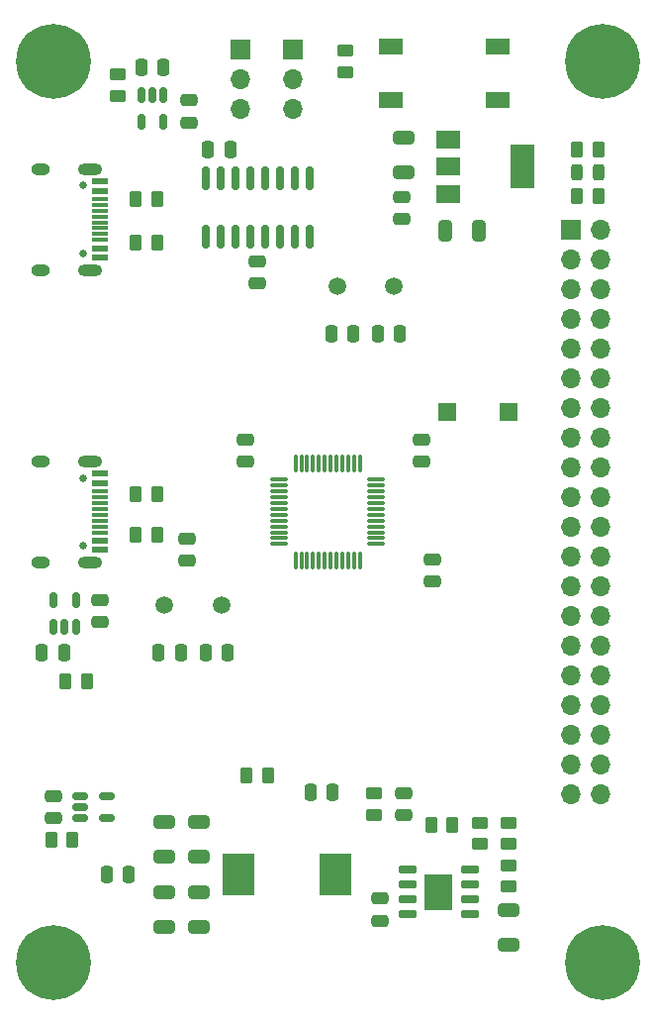
<source format=gts>
%TF.GenerationSoftware,KiCad,Pcbnew,(6.0.10)*%
%TF.CreationDate,2023-12-29T21:00:04+01:00*%
%TF.ProjectId,Alchemy,416c6368-656d-4792-9e6b-696361645f70,rev?*%
%TF.SameCoordinates,Original*%
%TF.FileFunction,Soldermask,Top*%
%TF.FilePolarity,Negative*%
%FSLAX46Y46*%
G04 Gerber Fmt 4.6, Leading zero omitted, Abs format (unit mm)*
G04 Created by KiCad (PCBNEW (6.0.10)) date 2023-12-29 21:00:04*
%MOMM*%
%LPD*%
G01*
G04 APERTURE LIST*
G04 Aperture macros list*
%AMRoundRect*
0 Rectangle with rounded corners*
0 $1 Rounding radius*
0 $2 $3 $4 $5 $6 $7 $8 $9 X,Y pos of 4 corners*
0 Add a 4 corners polygon primitive as box body*
4,1,4,$2,$3,$4,$5,$6,$7,$8,$9,$2,$3,0*
0 Add four circle primitives for the rounded corners*
1,1,$1+$1,$2,$3*
1,1,$1+$1,$4,$5*
1,1,$1+$1,$6,$7*
1,1,$1+$1,$8,$9*
0 Add four rect primitives between the rounded corners*
20,1,$1+$1,$2,$3,$4,$5,0*
20,1,$1+$1,$4,$5,$6,$7,0*
20,1,$1+$1,$6,$7,$8,$9,0*
20,1,$1+$1,$8,$9,$2,$3,0*%
G04 Aperture macros list end*
%ADD10RoundRect,0.250000X-0.475000X0.250000X-0.475000X-0.250000X0.475000X-0.250000X0.475000X0.250000X0*%
%ADD11C,0.650000*%
%ADD12R,1.450000X0.600000*%
%ADD13R,1.450000X0.300000*%
%ADD14O,1.600000X1.000000*%
%ADD15O,2.100000X1.000000*%
%ADD16RoundRect,0.243750X0.243750X0.456250X-0.243750X0.456250X-0.243750X-0.456250X0.243750X-0.456250X0*%
%ADD17RoundRect,0.250000X0.250000X0.475000X-0.250000X0.475000X-0.250000X-0.475000X0.250000X-0.475000X0*%
%ADD18R,2.100000X1.400000*%
%ADD19RoundRect,0.250000X-0.262500X-0.450000X0.262500X-0.450000X0.262500X0.450000X-0.262500X0.450000X0*%
%ADD20C,6.400000*%
%ADD21RoundRect,0.250000X0.475000X-0.250000X0.475000X0.250000X-0.475000X0.250000X-0.475000X-0.250000X0*%
%ADD22RoundRect,0.250000X0.262500X0.450000X-0.262500X0.450000X-0.262500X-0.450000X0.262500X-0.450000X0*%
%ADD23R,1.500000X1.500000*%
%ADD24R,2.700000X3.600000*%
%ADD25RoundRect,0.250000X-0.650000X0.325000X-0.650000X-0.325000X0.650000X-0.325000X0.650000X0.325000X0*%
%ADD26RoundRect,0.250000X-0.450000X0.262500X-0.450000X-0.262500X0.450000X-0.262500X0.450000X0.262500X0*%
%ADD27R,1.700000X1.700000*%
%ADD28O,1.700000X1.700000*%
%ADD29RoundRect,0.250000X-0.250000X-0.475000X0.250000X-0.475000X0.250000X0.475000X-0.250000X0.475000X0*%
%ADD30RoundRect,0.250000X0.650000X-0.325000X0.650000X0.325000X-0.650000X0.325000X-0.650000X-0.325000X0*%
%ADD31C,1.500000*%
%ADD32RoundRect,0.250000X0.450000X-0.262500X0.450000X0.262500X-0.450000X0.262500X-0.450000X-0.262500X0*%
%ADD33RoundRect,0.150000X-0.512500X-0.150000X0.512500X-0.150000X0.512500X0.150000X-0.512500X0.150000X0*%
%ADD34RoundRect,0.150000X0.150000X-0.512500X0.150000X0.512500X-0.150000X0.512500X-0.150000X-0.512500X0*%
%ADD35RoundRect,0.075000X-0.662500X-0.075000X0.662500X-0.075000X0.662500X0.075000X-0.662500X0.075000X0*%
%ADD36RoundRect,0.075000X-0.075000X-0.662500X0.075000X-0.662500X0.075000X0.662500X-0.075000X0.662500X0*%
%ADD37R,2.000000X1.500000*%
%ADD38R,2.000000X3.800000*%
%ADD39RoundRect,0.150000X0.150000X-0.850000X0.150000X0.850000X-0.150000X0.850000X-0.150000X-0.850000X0*%
%ADD40RoundRect,0.150000X0.650000X0.150000X-0.650000X0.150000X-0.650000X-0.150000X0.650000X-0.150000X0*%
%ADD41R,2.410000X3.100000*%
%ADD42RoundRect,0.150000X-0.150000X0.512500X-0.150000X-0.512500X0.150000X-0.512500X0.150000X0.512500X0*%
%ADD43RoundRect,0.250000X-0.325000X-0.650000X0.325000X-0.650000X0.325000X0.650000X-0.325000X0.650000X0*%
G04 APERTURE END LIST*
D10*
X159000000Y-102550000D03*
X159000000Y-104450000D03*
D11*
X129100000Y-76390000D03*
X129100000Y-70610000D03*
D12*
X130545000Y-70250000D03*
X130545000Y-71050000D03*
D13*
X130545000Y-72250000D03*
X130545000Y-73250000D03*
X130545000Y-73750000D03*
X130545000Y-74750000D03*
D12*
X130545000Y-75950000D03*
X130545000Y-76750000D03*
X130545000Y-76750000D03*
X130545000Y-75950000D03*
D13*
X130545000Y-75250000D03*
X130545000Y-74250000D03*
X130545000Y-72750000D03*
X130545000Y-71750000D03*
D12*
X130545000Y-71050000D03*
X130545000Y-70250000D03*
D14*
X125450000Y-77820000D03*
D15*
X129630000Y-69180000D03*
X129630000Y-77820000D03*
D14*
X125450000Y-69180000D03*
D16*
X173187500Y-69500000D03*
X171312500Y-69500000D03*
D17*
X135950000Y-60500000D03*
X134050000Y-60500000D03*
D18*
X164550000Y-63250000D03*
X155450000Y-63250000D03*
X164550000Y-58750000D03*
X155450000Y-58750000D03*
D19*
X133587500Y-100500000D03*
X135412500Y-100500000D03*
D10*
X126500000Y-122800000D03*
X126500000Y-124700000D03*
D20*
X126500000Y-137000000D03*
D19*
X133587500Y-97000000D03*
X135412500Y-97000000D03*
D21*
X156500000Y-124450000D03*
X156500000Y-122550000D03*
D22*
X173162500Y-67500000D03*
X171337500Y-67500000D03*
D23*
X160250000Y-90000000D03*
D24*
X150650000Y-129500000D03*
X142350000Y-129500000D03*
D25*
X139000000Y-125025000D03*
X139000000Y-127975000D03*
D26*
X163000000Y-125087500D03*
X163000000Y-126912500D03*
D27*
X170850000Y-74375000D03*
D28*
X173390000Y-74375000D03*
X170850000Y-76915000D03*
X173390000Y-76915000D03*
X170850000Y-79455000D03*
X173390000Y-79455000D03*
X170850000Y-81995000D03*
X173390000Y-81995000D03*
X170850000Y-84535000D03*
X173390000Y-84535000D03*
X170850000Y-87075000D03*
X173390000Y-87075000D03*
X170850000Y-89615000D03*
X173390000Y-89615000D03*
X170850000Y-92155000D03*
X173390000Y-92155000D03*
X170850000Y-94695000D03*
X173390000Y-94695000D03*
X170850000Y-97235000D03*
X173390000Y-97235000D03*
X170850000Y-99775000D03*
X173390000Y-99775000D03*
X170850000Y-102315000D03*
X173390000Y-102315000D03*
X170850000Y-104855000D03*
X173390000Y-104855000D03*
X170850000Y-107395000D03*
X173390000Y-107395000D03*
X170850000Y-109935000D03*
X173390000Y-109935000D03*
X170850000Y-112475000D03*
X173390000Y-112475000D03*
X170850000Y-115015000D03*
X173390000Y-115015000D03*
X170850000Y-117555000D03*
X173390000Y-117555000D03*
X170850000Y-120095000D03*
X173390000Y-120095000D03*
X170850000Y-122635000D03*
X173390000Y-122635000D03*
D17*
X150450000Y-122500000D03*
X148550000Y-122500000D03*
D29*
X135550000Y-110500000D03*
X137450000Y-110500000D03*
D30*
X139000000Y-133975000D03*
X139000000Y-131025000D03*
D21*
X138140000Y-65211252D03*
X138140000Y-63311252D03*
D31*
X150800000Y-79250000D03*
X155680000Y-79250000D03*
D26*
X165500000Y-128707500D03*
X165500000Y-130532500D03*
D29*
X150300000Y-83250000D03*
X152200000Y-83250000D03*
D22*
X144912500Y-121000000D03*
X143087500Y-121000000D03*
D30*
X136000000Y-133975000D03*
X136000000Y-131025000D03*
D19*
X133587500Y-75500000D03*
X135412500Y-75500000D03*
D27*
X142500000Y-58975000D03*
D28*
X142500000Y-61515000D03*
X142500000Y-64055000D03*
D32*
X154000000Y-124412500D03*
X154000000Y-122587500D03*
D27*
X147000000Y-58960000D03*
D28*
X147000000Y-61500000D03*
X147000000Y-64040000D03*
D29*
X125550000Y-110500000D03*
X127450000Y-110500000D03*
D10*
X156375000Y-71550000D03*
X156375000Y-73450000D03*
D21*
X143000000Y-94200000D03*
X143000000Y-92300000D03*
D33*
X128862500Y-122800000D03*
X128862500Y-123750000D03*
X128862500Y-124700000D03*
X131137500Y-124700000D03*
X131137500Y-122800000D03*
D29*
X139750000Y-67500000D03*
X141650000Y-67500000D03*
D34*
X126550000Y-108337500D03*
X127500000Y-108337500D03*
X128450000Y-108337500D03*
X128450000Y-106062500D03*
X126550000Y-106062500D03*
D19*
X171337500Y-71500000D03*
X173162500Y-71500000D03*
D26*
X151500000Y-59087500D03*
X151500000Y-60912500D03*
D29*
X154300000Y-83250000D03*
X156200000Y-83250000D03*
D11*
X129100000Y-101390000D03*
X129100000Y-95610000D03*
D12*
X130545000Y-95250000D03*
X130545000Y-96050000D03*
D13*
X130545000Y-97250000D03*
X130545000Y-98250000D03*
X130545000Y-98750000D03*
X130545000Y-99750000D03*
D12*
X130545000Y-100950000D03*
X130545000Y-101750000D03*
X130545000Y-101750000D03*
X130545000Y-100950000D03*
D13*
X130545000Y-100250000D03*
X130545000Y-99250000D03*
X130545000Y-97750000D03*
X130545000Y-96750000D03*
D12*
X130545000Y-96050000D03*
X130545000Y-95250000D03*
D14*
X125450000Y-94180000D03*
X125450000Y-102820000D03*
D15*
X129630000Y-102820000D03*
X129630000Y-94180000D03*
D25*
X136000000Y-125025000D03*
X136000000Y-127975000D03*
D30*
X156500000Y-69475000D03*
X156500000Y-66525000D03*
D35*
X145837500Y-95750000D03*
X145837500Y-96250000D03*
X145837500Y-96750000D03*
X145837500Y-97250000D03*
X145837500Y-97750000D03*
X145837500Y-98250000D03*
X145837500Y-98750000D03*
X145837500Y-99250000D03*
X145837500Y-99750000D03*
X145837500Y-100250000D03*
X145837500Y-100750000D03*
X145837500Y-101250000D03*
D36*
X147250000Y-102662500D03*
X147750000Y-102662500D03*
X148250000Y-102662500D03*
X148750000Y-102662500D03*
X149250000Y-102662500D03*
X149750000Y-102662500D03*
X150250000Y-102662500D03*
X150750000Y-102662500D03*
X151250000Y-102662500D03*
X151750000Y-102662500D03*
X152250000Y-102662500D03*
X152750000Y-102662500D03*
D35*
X154162500Y-101250000D03*
X154162500Y-100750000D03*
X154162500Y-100250000D03*
X154162500Y-99750000D03*
X154162500Y-99250000D03*
X154162500Y-98750000D03*
X154162500Y-98250000D03*
X154162500Y-97750000D03*
X154162500Y-97250000D03*
X154162500Y-96750000D03*
X154162500Y-96250000D03*
X154162500Y-95750000D03*
D36*
X152750000Y-94337500D03*
X152250000Y-94337500D03*
X151750000Y-94337500D03*
X151250000Y-94337500D03*
X150750000Y-94337500D03*
X150250000Y-94337500D03*
X149750000Y-94337500D03*
X149250000Y-94337500D03*
X148750000Y-94337500D03*
X148250000Y-94337500D03*
X147750000Y-94337500D03*
X147250000Y-94337500D03*
D29*
X131100000Y-129500000D03*
X133000000Y-129500000D03*
D22*
X128162500Y-126500000D03*
X126337500Y-126500000D03*
D37*
X160350000Y-66700000D03*
X160350000Y-69000000D03*
D38*
X166650000Y-69000000D03*
D37*
X160350000Y-71300000D03*
D17*
X141450000Y-110500000D03*
X139550000Y-110500000D03*
D10*
X130500000Y-106050000D03*
X130500000Y-107950000D03*
D22*
X160662500Y-125250000D03*
X158837500Y-125250000D03*
D20*
X173500000Y-60000000D03*
D26*
X165500000Y-125087500D03*
X165500000Y-126912500D03*
D31*
X136050000Y-106500000D03*
X140930000Y-106500000D03*
D10*
X154500000Y-131550000D03*
X154500000Y-133450000D03*
D20*
X173500000Y-137000000D03*
D22*
X129412500Y-113000000D03*
X127587500Y-113000000D03*
D39*
X139555000Y-75000000D03*
X140825000Y-75000000D03*
X142095000Y-75000000D03*
X143365000Y-75000000D03*
X144635000Y-75000000D03*
X145905000Y-75000000D03*
X147175000Y-75000000D03*
X148445000Y-75000000D03*
X148445000Y-70000000D03*
X147175000Y-70000000D03*
X145905000Y-70000000D03*
X144635000Y-70000000D03*
X143365000Y-70000000D03*
X142095000Y-70000000D03*
X140825000Y-70000000D03*
X139555000Y-70000000D03*
D40*
X162150000Y-132905000D03*
X162150000Y-131635000D03*
X162150000Y-130365000D03*
X162150000Y-129095000D03*
X156850000Y-129095000D03*
X156850000Y-130365000D03*
X156850000Y-131635000D03*
X156850000Y-132905000D03*
D41*
X159500000Y-131000000D03*
D19*
X133587500Y-71750000D03*
X135412500Y-71750000D03*
D10*
X144000000Y-77050000D03*
X144000000Y-78950000D03*
D23*
X165500000Y-90000000D03*
D42*
X135950000Y-62862500D03*
X135000000Y-62862500D03*
X134050000Y-62862500D03*
X134050000Y-65137500D03*
X135950000Y-65137500D03*
D21*
X138000000Y-102700000D03*
X138000000Y-100800000D03*
D20*
X126500000Y-60000000D03*
D10*
X158000000Y-92300000D03*
X158000000Y-94200000D03*
D30*
X165500000Y-135475000D03*
X165500000Y-132525000D03*
D43*
X160025000Y-74500000D03*
X162975000Y-74500000D03*
D32*
X132000000Y-62912500D03*
X132000000Y-61087500D03*
M02*

</source>
